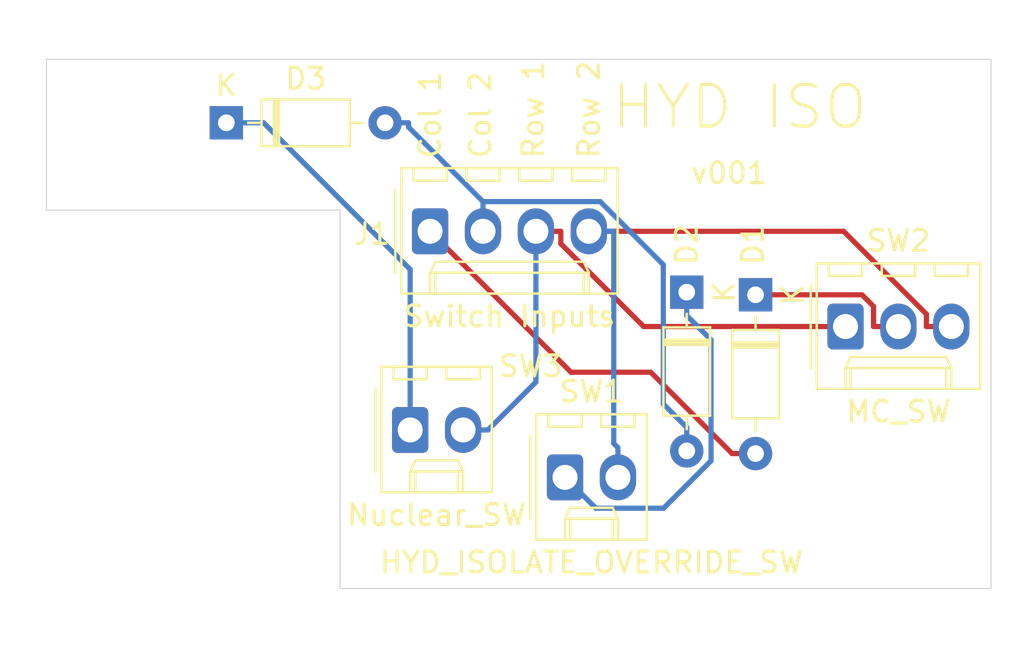
<source format=kicad_pcb>
(kicad_pcb (version 20171130) (host pcbnew "(5.1.5-0-10_14)")

  (general
    (thickness 1.6)
    (drawings 12)
    (tracks 41)
    (zones 0)
    (modules 10)
    (nets 8)
  )

  (page A4)
  (layers
    (0 F.Cu signal)
    (31 B.Cu signal)
    (32 B.Adhes user)
    (33 F.Adhes user)
    (34 B.Paste user)
    (35 F.Paste user)
    (36 B.SilkS user)
    (37 F.SilkS user)
    (38 B.Mask user)
    (39 F.Mask user)
    (40 Dwgs.User user)
    (41 Cmts.User user)
    (42 Eco1.User user)
    (43 Eco2.User user)
    (44 Edge.Cuts user)
    (45 Margin user)
    (46 B.CrtYd user)
    (47 F.CrtYd user)
    (48 B.Fab user)
    (49 F.Fab user)
  )

  (setup
    (last_trace_width 0.25)
    (trace_clearance 0.2)
    (zone_clearance 0.508)
    (zone_45_only no)
    (trace_min 0.2)
    (via_size 0.8)
    (via_drill 0.4)
    (via_min_size 0.4)
    (via_min_drill 0.3)
    (uvia_size 0.3)
    (uvia_drill 0.1)
    (uvias_allowed no)
    (uvia_min_size 0.2)
    (uvia_min_drill 0.1)
    (edge_width 0.05)
    (segment_width 0.2)
    (pcb_text_width 0.3)
    (pcb_text_size 1.5 1.5)
    (mod_edge_width 0.12)
    (mod_text_size 1 1)
    (mod_text_width 0.15)
    (pad_size 1.524 1.524)
    (pad_drill 0.762)
    (pad_to_mask_clearance 0.051)
    (solder_mask_min_width 0.25)
    (aux_axis_origin 0 0)
    (visible_elements FFFFFF7F)
    (pcbplotparams
      (layerselection 0x010fc_ffffffff)
      (usegerberextensions false)
      (usegerberattributes false)
      (usegerberadvancedattributes false)
      (creategerberjobfile false)
      (excludeedgelayer true)
      (linewidth 0.100000)
      (plotframeref false)
      (viasonmask false)
      (mode 1)
      (useauxorigin false)
      (hpglpennumber 1)
      (hpglpenspeed 20)
      (hpglpendiameter 15.000000)
      (psnegative false)
      (psa4output false)
      (plotreference true)
      (plotvalue true)
      (plotinvisibletext false)
      (padsonsilk false)
      (subtractmaskfromsilk false)
      (outputformat 1)
      (mirror false)
      (drillshape 0)
      (scaleselection 1)
      (outputdirectory "manufacturing"))
  )

  (net 0 "")
  (net 1 /Col1)
  (net 2 "Net-(D1-Pad1)")
  (net 3 /Col2)
  (net 4 "Net-(D2-Pad1)")
  (net 5 /Row2)
  (net 6 /Row1)
  (net 7 "Net-(D3-Pad1)")

  (net_class Default "This is the default net class."
    (clearance 0.2)
    (trace_width 0.25)
    (via_dia 0.8)
    (via_drill 0.4)
    (uvia_dia 0.3)
    (uvia_drill 0.1)
    (add_net /Col1)
    (add_net /Col2)
    (add_net /Row1)
    (add_net /Row2)
    (add_net "Net-(D1-Pad1)")
    (add_net "Net-(D2-Pad1)")
    (add_net "Net-(D3-Pad1)")
  )

  (module PT_Library_v001:Molex_1x02_P2.54mm_Vertical (layer F.Cu) (tedit 5B78013E) (tstamp 604BE6FD)
    (at 135.569 99.96)
    (descr "Molex KK-254 Interconnect System, old/engineering part number: AE-6410-02A example for new part number: 22-27-2021, 2 Pins (http://www.molex.com/pdm_docs/sd/022272021_sd.pdf), generated with kicad-footprint-generator")
    (tags "connector Molex KK-254 side entry")
    (path /604C2569)
    (fp_text reference SW3 (at 5.782 -3.059) (layer F.SilkS)
      (effects (font (size 1 1) (thickness 0.15)))
    )
    (fp_text value Nuclear_SW (at 1.27 4.08) (layer F.SilkS)
      (effects (font (size 1 1) (thickness 0.15)))
    )
    (fp_text user %R (at 1.27 -2.22) (layer F.Fab)
      (effects (font (size 1 1) (thickness 0.15)))
    )
    (fp_line (start 4.31 -3.42) (end -1.77 -3.42) (layer F.CrtYd) (width 0.05))
    (fp_line (start 4.31 3.38) (end 4.31 -3.42) (layer F.CrtYd) (width 0.05))
    (fp_line (start -1.77 3.38) (end 4.31 3.38) (layer F.CrtYd) (width 0.05))
    (fp_line (start -1.77 -3.42) (end -1.77 3.38) (layer F.CrtYd) (width 0.05))
    (fp_line (start 3.34 -2.43) (end 3.34 -3.03) (layer F.SilkS) (width 0.12))
    (fp_line (start 1.74 -2.43) (end 3.34 -2.43) (layer F.SilkS) (width 0.12))
    (fp_line (start 1.74 -3.03) (end 1.74 -2.43) (layer F.SilkS) (width 0.12))
    (fp_line (start 0.8 -2.43) (end 0.8 -3.03) (layer F.SilkS) (width 0.12))
    (fp_line (start -0.8 -2.43) (end 0.8 -2.43) (layer F.SilkS) (width 0.12))
    (fp_line (start -0.8 -3.03) (end -0.8 -2.43) (layer F.SilkS) (width 0.12))
    (fp_line (start 2.29 2.99) (end 2.29 1.99) (layer F.SilkS) (width 0.12))
    (fp_line (start 0.25 2.99) (end 0.25 1.99) (layer F.SilkS) (width 0.12))
    (fp_line (start 2.29 1.46) (end 2.54 1.99) (layer F.SilkS) (width 0.12))
    (fp_line (start 0.25 1.46) (end 2.29 1.46) (layer F.SilkS) (width 0.12))
    (fp_line (start 0 1.99) (end 0.25 1.46) (layer F.SilkS) (width 0.12))
    (fp_line (start 2.54 1.99) (end 2.54 2.99) (layer F.SilkS) (width 0.12))
    (fp_line (start 0 1.99) (end 2.54 1.99) (layer F.SilkS) (width 0.12))
    (fp_line (start 0 2.99) (end 0 1.99) (layer F.SilkS) (width 0.12))
    (fp_line (start -0.562893 0) (end -1.27 0.5) (layer F.Fab) (width 0.1))
    (fp_line (start -1.27 -0.5) (end -0.562893 0) (layer F.Fab) (width 0.1))
    (fp_line (start -1.67 -2) (end -1.67 2) (layer F.SilkS) (width 0.12))
    (fp_line (start 3.92 -3.03) (end -1.38 -3.03) (layer F.SilkS) (width 0.12))
    (fp_line (start 3.92 2.99) (end 3.92 -3.03) (layer F.SilkS) (width 0.12))
    (fp_line (start -1.38 2.99) (end 3.92 2.99) (layer F.SilkS) (width 0.12))
    (fp_line (start -1.38 -3.03) (end -1.38 2.99) (layer F.SilkS) (width 0.12))
    (fp_line (start 3.81 -2.92) (end -1.27 -2.92) (layer F.Fab) (width 0.1))
    (fp_line (start 3.81 2.88) (end 3.81 -2.92) (layer F.Fab) (width 0.1))
    (fp_line (start -1.27 2.88) (end 3.81 2.88) (layer F.Fab) (width 0.1))
    (fp_line (start -1.27 -2.92) (end -1.27 2.88) (layer F.Fab) (width 0.1))
    (pad 2 thru_hole oval (at 2.54 0) (size 1.74 2.2) (drill 1.2) (layers *.Cu *.Mask)
      (net 6 /Row1))
    (pad 1 thru_hole roundrect (at 0 0) (size 1.74 2.2) (drill 1.2) (layers *.Cu *.Mask) (roundrect_rratio 0.143678)
      (net 7 "Net-(D3-Pad1)"))
    (model ${KISYS3DMOD}/Connector_Molex.3dshapes/Molex_KK-254_AE-6410-02A_1x02_P2.54mm_Vertical.wrl
      (at (xyz 0 0 0))
      (scale (xyz 1 1 1))
      (rotate (xyz 0 0 0))
    )
  )

  (module PT_Library_v001:D_Signal_P7.62mm_Horizontal (layer F.Cu) (tedit 5AE50CD5) (tstamp 604BE5C5)
    (at 126.746 85.217)
    (descr "Diode, DO-35_SOD27 series, Axial, Horizontal, pin pitch=7.62mm, , length*diameter=4*2mm^2, , http://www.diodes.com/_files/packages/DO-35.pdf")
    (tags "Diode DO-35_SOD27 series Axial Horizontal pin pitch 7.62mm  length 4mm diameter 2mm")
    (path /604C2573)
    (fp_text reference D3 (at 3.81 -2.12) (layer F.SilkS)
      (effects (font (size 1 1) (thickness 0.15)))
    )
    (fp_text value D (at 3.81 2.12) (layer F.Fab)
      (effects (font (size 1 1) (thickness 0.15)))
    )
    (fp_text user K (at 0 -1.8) (layer F.SilkS)
      (effects (font (size 1 1) (thickness 0.15)))
    )
    (fp_text user K (at 0 -1.8) (layer F.Fab)
      (effects (font (size 1 1) (thickness 0.15)))
    )
    (fp_text user %R (at 4.11 0) (layer F.Fab)
      (effects (font (size 0.8 0.8) (thickness 0.12)))
    )
    (fp_line (start 8.67 -1.25) (end -1.05 -1.25) (layer F.CrtYd) (width 0.05))
    (fp_line (start 8.67 1.25) (end 8.67 -1.25) (layer F.CrtYd) (width 0.05))
    (fp_line (start -1.05 1.25) (end 8.67 1.25) (layer F.CrtYd) (width 0.05))
    (fp_line (start -1.05 -1.25) (end -1.05 1.25) (layer F.CrtYd) (width 0.05))
    (fp_line (start 2.29 -1.12) (end 2.29 1.12) (layer F.SilkS) (width 0.12))
    (fp_line (start 2.53 -1.12) (end 2.53 1.12) (layer F.SilkS) (width 0.12))
    (fp_line (start 2.41 -1.12) (end 2.41 1.12) (layer F.SilkS) (width 0.12))
    (fp_line (start 6.58 0) (end 5.93 0) (layer F.SilkS) (width 0.12))
    (fp_line (start 1.04 0) (end 1.69 0) (layer F.SilkS) (width 0.12))
    (fp_line (start 5.93 -1.12) (end 1.69 -1.12) (layer F.SilkS) (width 0.12))
    (fp_line (start 5.93 1.12) (end 5.93 -1.12) (layer F.SilkS) (width 0.12))
    (fp_line (start 1.69 1.12) (end 5.93 1.12) (layer F.SilkS) (width 0.12))
    (fp_line (start 1.69 -1.12) (end 1.69 1.12) (layer F.SilkS) (width 0.12))
    (fp_line (start 2.31 -1) (end 2.31 1) (layer F.Fab) (width 0.1))
    (fp_line (start 2.51 -1) (end 2.51 1) (layer F.Fab) (width 0.1))
    (fp_line (start 2.41 -1) (end 2.41 1) (layer F.Fab) (width 0.1))
    (fp_line (start 7.62 0) (end 5.81 0) (layer F.Fab) (width 0.1))
    (fp_line (start 0 0) (end 1.81 0) (layer F.Fab) (width 0.1))
    (fp_line (start 5.81 -1) (end 1.81 -1) (layer F.Fab) (width 0.1))
    (fp_line (start 5.81 1) (end 5.81 -1) (layer F.Fab) (width 0.1))
    (fp_line (start 1.81 1) (end 5.81 1) (layer F.Fab) (width 0.1))
    (fp_line (start 1.81 -1) (end 1.81 1) (layer F.Fab) (width 0.1))
    (pad 2 thru_hole oval (at 7.62 0) (size 1.6 1.6) (drill 0.8) (layers *.Cu *.Mask)
      (net 3 /Col2))
    (pad 1 thru_hole rect (at 0 0) (size 1.6 1.6) (drill 0.8) (layers *.Cu *.Mask)
      (net 7 "Net-(D3-Pad1)"))
    (model ${KISYS3DMOD}/Diode_THT.3dshapes/D_DO-35_SOD27_P7.62mm_Horizontal.wrl
      (at (xyz 0 0 0))
      (scale (xyz 1 1 1))
      (rotate (xyz 0 0 0))
    )
  )

  (module PT_Library_v001:Molex_1x03_P2.54mm_Vertical (layer F.Cu) (tedit 5B78013E) (tstamp 604BD539)
    (at 156.464 94.996)
    (descr "Molex KK-254 Interconnect System, old/engineering part number: AE-6410-03A example for new part number: 22-27-2031, 3 Pins (http://www.molex.com/pdm_docs/sd/022272021_sd.pdf), generated with kicad-footprint-generator")
    (tags "connector Molex KK-254 side entry")
    (path /5FC1E955)
    (fp_text reference SW2 (at 2.54 -4.12) (layer F.SilkS)
      (effects (font (size 1 1) (thickness 0.15)))
    )
    (fp_text value MC_SW (at 2.54 4.08) (layer F.SilkS)
      (effects (font (size 1 1) (thickness 0.15)))
    )
    (fp_text user %R (at 2.54 -2.22) (layer F.Fab)
      (effects (font (size 1 1) (thickness 0.15)))
    )
    (fp_line (start 6.85 -3.42) (end -1.77 -3.42) (layer F.CrtYd) (width 0.05))
    (fp_line (start 6.85 3.38) (end 6.85 -3.42) (layer F.CrtYd) (width 0.05))
    (fp_line (start -1.77 3.38) (end 6.85 3.38) (layer F.CrtYd) (width 0.05))
    (fp_line (start -1.77 -3.42) (end -1.77 3.38) (layer F.CrtYd) (width 0.05))
    (fp_line (start 5.88 -2.43) (end 5.88 -3.03) (layer F.SilkS) (width 0.12))
    (fp_line (start 4.28 -2.43) (end 5.88 -2.43) (layer F.SilkS) (width 0.12))
    (fp_line (start 4.28 -3.03) (end 4.28 -2.43) (layer F.SilkS) (width 0.12))
    (fp_line (start 3.34 -2.43) (end 3.34 -3.03) (layer F.SilkS) (width 0.12))
    (fp_line (start 1.74 -2.43) (end 3.34 -2.43) (layer F.SilkS) (width 0.12))
    (fp_line (start 1.74 -3.03) (end 1.74 -2.43) (layer F.SilkS) (width 0.12))
    (fp_line (start 0.8 -2.43) (end 0.8 -3.03) (layer F.SilkS) (width 0.12))
    (fp_line (start -0.8 -2.43) (end 0.8 -2.43) (layer F.SilkS) (width 0.12))
    (fp_line (start -0.8 -3.03) (end -0.8 -2.43) (layer F.SilkS) (width 0.12))
    (fp_line (start 4.83 2.99) (end 4.83 1.99) (layer F.SilkS) (width 0.12))
    (fp_line (start 0.25 2.99) (end 0.25 1.99) (layer F.SilkS) (width 0.12))
    (fp_line (start 4.83 1.46) (end 5.08 1.99) (layer F.SilkS) (width 0.12))
    (fp_line (start 0.25 1.46) (end 4.83 1.46) (layer F.SilkS) (width 0.12))
    (fp_line (start 0 1.99) (end 0.25 1.46) (layer F.SilkS) (width 0.12))
    (fp_line (start 5.08 1.99) (end 5.08 2.99) (layer F.SilkS) (width 0.12))
    (fp_line (start 0 1.99) (end 5.08 1.99) (layer F.SilkS) (width 0.12))
    (fp_line (start 0 2.99) (end 0 1.99) (layer F.SilkS) (width 0.12))
    (fp_line (start -0.562893 0) (end -1.27 0.5) (layer F.Fab) (width 0.1))
    (fp_line (start -1.27 -0.5) (end -0.562893 0) (layer F.Fab) (width 0.1))
    (fp_line (start -1.67 -2) (end -1.67 2) (layer F.SilkS) (width 0.12))
    (fp_line (start 6.46 -3.03) (end -1.38 -3.03) (layer F.SilkS) (width 0.12))
    (fp_line (start 6.46 2.99) (end 6.46 -3.03) (layer F.SilkS) (width 0.12))
    (fp_line (start -1.38 2.99) (end 6.46 2.99) (layer F.SilkS) (width 0.12))
    (fp_line (start -1.38 -3.03) (end -1.38 2.99) (layer F.SilkS) (width 0.12))
    (fp_line (start 6.35 -2.92) (end -1.27 -2.92) (layer F.Fab) (width 0.1))
    (fp_line (start 6.35 2.88) (end 6.35 -2.92) (layer F.Fab) (width 0.1))
    (fp_line (start -1.27 2.88) (end 6.35 2.88) (layer F.Fab) (width 0.1))
    (fp_line (start -1.27 -2.92) (end -1.27 2.88) (layer F.Fab) (width 0.1))
    (pad 3 thru_hole oval (at 5.08 0) (size 1.74 2.2) (drill 1.2) (layers *.Cu *.Mask)
      (net 5 /Row2))
    (pad 2 thru_hole oval (at 2.54 0) (size 1.74 2.2) (drill 1.2) (layers *.Cu *.Mask)
      (net 2 "Net-(D1-Pad1)"))
    (pad 1 thru_hole roundrect (at 0 0) (size 1.74 2.2) (drill 1.2) (layers *.Cu *.Mask) (roundrect_rratio 0.143678)
      (net 6 /Row1))
    (model ${KISYS3DMOD}/Connector_Molex.3dshapes/Molex_KK-254_AE-6410-03A_1x03_P2.54mm_Vertical.wrl
      (at (xyz 0 0 0))
      (scale (xyz 1 1 1))
      (rotate (xyz 0 0 0))
    )
  )

  (module PT_Library_v001:Molex_1x02_P2.54mm_Vertical (layer F.Cu) (tedit 5B78013E) (tstamp 604BD511)
    (at 143.002 102.235)
    (descr "Molex KK-254 Interconnect System, old/engineering part number: AE-6410-02A example for new part number: 22-27-2021, 2 Pins (http://www.molex.com/pdm_docs/sd/022272021_sd.pdf), generated with kicad-footprint-generator")
    (tags "connector Molex KK-254 side entry")
    (path /5FC61E34)
    (fp_text reference SW1 (at 1.27 -4.12) (layer F.SilkS)
      (effects (font (size 1 1) (thickness 0.15)))
    )
    (fp_text value HYD_ISOLATE_OVERRIDE_SW (at 1.27 4.08) (layer F.SilkS)
      (effects (font (size 1 1) (thickness 0.15)))
    )
    (fp_text user %R (at 1.27 -2.22) (layer F.Fab)
      (effects (font (size 1 1) (thickness 0.15)))
    )
    (fp_line (start 4.31 -3.42) (end -1.77 -3.42) (layer F.CrtYd) (width 0.05))
    (fp_line (start 4.31 3.38) (end 4.31 -3.42) (layer F.CrtYd) (width 0.05))
    (fp_line (start -1.77 3.38) (end 4.31 3.38) (layer F.CrtYd) (width 0.05))
    (fp_line (start -1.77 -3.42) (end -1.77 3.38) (layer F.CrtYd) (width 0.05))
    (fp_line (start 3.34 -2.43) (end 3.34 -3.03) (layer F.SilkS) (width 0.12))
    (fp_line (start 1.74 -2.43) (end 3.34 -2.43) (layer F.SilkS) (width 0.12))
    (fp_line (start 1.74 -3.03) (end 1.74 -2.43) (layer F.SilkS) (width 0.12))
    (fp_line (start 0.8 -2.43) (end 0.8 -3.03) (layer F.SilkS) (width 0.12))
    (fp_line (start -0.8 -2.43) (end 0.8 -2.43) (layer F.SilkS) (width 0.12))
    (fp_line (start -0.8 -3.03) (end -0.8 -2.43) (layer F.SilkS) (width 0.12))
    (fp_line (start 2.29 2.99) (end 2.29 1.99) (layer F.SilkS) (width 0.12))
    (fp_line (start 0.25 2.99) (end 0.25 1.99) (layer F.SilkS) (width 0.12))
    (fp_line (start 2.29 1.46) (end 2.54 1.99) (layer F.SilkS) (width 0.12))
    (fp_line (start 0.25 1.46) (end 2.29 1.46) (layer F.SilkS) (width 0.12))
    (fp_line (start 0 1.99) (end 0.25 1.46) (layer F.SilkS) (width 0.12))
    (fp_line (start 2.54 1.99) (end 2.54 2.99) (layer F.SilkS) (width 0.12))
    (fp_line (start 0 1.99) (end 2.54 1.99) (layer F.SilkS) (width 0.12))
    (fp_line (start 0 2.99) (end 0 1.99) (layer F.SilkS) (width 0.12))
    (fp_line (start -0.562893 0) (end -1.27 0.5) (layer F.Fab) (width 0.1))
    (fp_line (start -1.27 -0.5) (end -0.562893 0) (layer F.Fab) (width 0.1))
    (fp_line (start -1.67 -2) (end -1.67 2) (layer F.SilkS) (width 0.12))
    (fp_line (start 3.92 -3.03) (end -1.38 -3.03) (layer F.SilkS) (width 0.12))
    (fp_line (start 3.92 2.99) (end 3.92 -3.03) (layer F.SilkS) (width 0.12))
    (fp_line (start -1.38 2.99) (end 3.92 2.99) (layer F.SilkS) (width 0.12))
    (fp_line (start -1.38 -3.03) (end -1.38 2.99) (layer F.SilkS) (width 0.12))
    (fp_line (start 3.81 -2.92) (end -1.27 -2.92) (layer F.Fab) (width 0.1))
    (fp_line (start 3.81 2.88) (end 3.81 -2.92) (layer F.Fab) (width 0.1))
    (fp_line (start -1.27 2.88) (end 3.81 2.88) (layer F.Fab) (width 0.1))
    (fp_line (start -1.27 -2.92) (end -1.27 2.88) (layer F.Fab) (width 0.1))
    (pad 2 thru_hole oval (at 2.54 0) (size 1.74 2.2) (drill 1.2) (layers *.Cu *.Mask)
      (net 5 /Row2))
    (pad 1 thru_hole roundrect (at 0 0) (size 1.74 2.2) (drill 1.2) (layers *.Cu *.Mask) (roundrect_rratio 0.143678)
      (net 4 "Net-(D2-Pad1)"))
    (model ${KISYS3DMOD}/Connector_Molex.3dshapes/Molex_KK-254_AE-6410-02A_1x02_P2.54mm_Vertical.wrl
      (at (xyz 0 0 0))
      (scale (xyz 1 1 1))
      (rotate (xyz 0 0 0))
    )
  )

  (module PT_Library_v001:Molex_1x04_P2.54mm_Vertical (layer F.Cu) (tedit 5B78013E) (tstamp 604BD4ED)
    (at 136.525 90.424)
    (descr "Molex KK-254 Interconnect System, old/engineering part number: AE-6410-04A example for new part number: 22-27-2041, 4 Pins (http://www.molex.com/pdm_docs/sd/022272021_sd.pdf), generated with kicad-footprint-generator")
    (tags "connector Molex KK-254 side entry")
    (path /5FC82F35)
    (fp_text reference J1 (at -2.794 0.127) (layer F.SilkS)
      (effects (font (size 1 1) (thickness 0.15)))
    )
    (fp_text value "Switch Inputs" (at 3.81 4.08) (layer F.SilkS)
      (effects (font (size 1 1) (thickness 0.15)))
    )
    (fp_text user %R (at 3.81 -2.22) (layer F.Fab)
      (effects (font (size 1 1) (thickness 0.15)))
    )
    (fp_line (start 9.39 -3.42) (end -1.77 -3.42) (layer F.CrtYd) (width 0.05))
    (fp_line (start 9.39 3.38) (end 9.39 -3.42) (layer F.CrtYd) (width 0.05))
    (fp_line (start -1.77 3.38) (end 9.39 3.38) (layer F.CrtYd) (width 0.05))
    (fp_line (start -1.77 -3.42) (end -1.77 3.38) (layer F.CrtYd) (width 0.05))
    (fp_line (start 8.42 -2.43) (end 8.42 -3.03) (layer F.SilkS) (width 0.12))
    (fp_line (start 6.82 -2.43) (end 8.42 -2.43) (layer F.SilkS) (width 0.12))
    (fp_line (start 6.82 -3.03) (end 6.82 -2.43) (layer F.SilkS) (width 0.12))
    (fp_line (start 5.88 -2.43) (end 5.88 -3.03) (layer F.SilkS) (width 0.12))
    (fp_line (start 4.28 -2.43) (end 5.88 -2.43) (layer F.SilkS) (width 0.12))
    (fp_line (start 4.28 -3.03) (end 4.28 -2.43) (layer F.SilkS) (width 0.12))
    (fp_line (start 3.34 -2.43) (end 3.34 -3.03) (layer F.SilkS) (width 0.12))
    (fp_line (start 1.74 -2.43) (end 3.34 -2.43) (layer F.SilkS) (width 0.12))
    (fp_line (start 1.74 -3.03) (end 1.74 -2.43) (layer F.SilkS) (width 0.12))
    (fp_line (start 0.8 -2.43) (end 0.8 -3.03) (layer F.SilkS) (width 0.12))
    (fp_line (start -0.8 -2.43) (end 0.8 -2.43) (layer F.SilkS) (width 0.12))
    (fp_line (start -0.8 -3.03) (end -0.8 -2.43) (layer F.SilkS) (width 0.12))
    (fp_line (start 7.37 2.99) (end 7.37 1.99) (layer F.SilkS) (width 0.12))
    (fp_line (start 0.25 2.99) (end 0.25 1.99) (layer F.SilkS) (width 0.12))
    (fp_line (start 7.37 1.46) (end 7.62 1.99) (layer F.SilkS) (width 0.12))
    (fp_line (start 0.25 1.46) (end 7.37 1.46) (layer F.SilkS) (width 0.12))
    (fp_line (start 0 1.99) (end 0.25 1.46) (layer F.SilkS) (width 0.12))
    (fp_line (start 7.62 1.99) (end 7.62 2.99) (layer F.SilkS) (width 0.12))
    (fp_line (start 0 1.99) (end 7.62 1.99) (layer F.SilkS) (width 0.12))
    (fp_line (start 0 2.99) (end 0 1.99) (layer F.SilkS) (width 0.12))
    (fp_line (start -0.562893 0) (end -1.27 0.5) (layer F.Fab) (width 0.1))
    (fp_line (start -1.27 -0.5) (end -0.562893 0) (layer F.Fab) (width 0.1))
    (fp_line (start -1.67 -2) (end -1.67 2) (layer F.SilkS) (width 0.12))
    (fp_line (start 9 -3.03) (end -1.38 -3.03) (layer F.SilkS) (width 0.12))
    (fp_line (start 9 2.99) (end 9 -3.03) (layer F.SilkS) (width 0.12))
    (fp_line (start -1.38 2.99) (end 9 2.99) (layer F.SilkS) (width 0.12))
    (fp_line (start -1.38 -3.03) (end -1.38 2.99) (layer F.SilkS) (width 0.12))
    (fp_line (start 8.89 -2.92) (end -1.27 -2.92) (layer F.Fab) (width 0.1))
    (fp_line (start 8.89 2.88) (end 8.89 -2.92) (layer F.Fab) (width 0.1))
    (fp_line (start -1.27 2.88) (end 8.89 2.88) (layer F.Fab) (width 0.1))
    (fp_line (start -1.27 -2.92) (end -1.27 2.88) (layer F.Fab) (width 0.1))
    (pad 4 thru_hole oval (at 7.62 0) (size 1.74 2.2) (drill 1.2) (layers *.Cu *.Mask)
      (net 5 /Row2))
    (pad 3 thru_hole oval (at 5.08 0) (size 1.74 2.2) (drill 1.2) (layers *.Cu *.Mask)
      (net 6 /Row1))
    (pad 2 thru_hole oval (at 2.54 0) (size 1.74 2.2) (drill 1.2) (layers *.Cu *.Mask)
      (net 3 /Col2))
    (pad 1 thru_hole roundrect (at 0 0) (size 1.74 2.2) (drill 1.2) (layers *.Cu *.Mask) (roundrect_rratio 0.143678)
      (net 1 /Col1))
    (model ${KISYS3DMOD}/Connector_Molex.3dshapes/Molex_KK-254_AE-6410-04A_1x04_P2.54mm_Vertical.wrl
      (at (xyz 0 0 0))
      (scale (xyz 1 1 1))
      (rotate (xyz 0 0 0))
    )
  )

  (module MountingHole:MountingHole_4.3mm_M4 (layer F.Cu) (tedit 56D1B4CB) (tstamp 604BD4B9)
    (at 159.893 85.471)
    (descr "Mounting Hole 4.3mm, no annular, M4")
    (tags "mounting hole 4.3mm no annular m4")
    (path /604BEE6A)
    (attr virtual)
    (fp_text reference H3 (at 0 -5.3) (layer Dwgs.User)
      (effects (font (size 1 1) (thickness 0.15)))
    )
    (fp_text value MountingHole (at 0 3.776) (layer F.Fab)
      (effects (font (size 1 1) (thickness 0.15)))
    )
    (fp_circle (center 0 0) (end 4.55 0) (layer F.CrtYd) (width 0.05))
    (fp_circle (center 0 0) (end 4.3 0) (layer Cmts.User) (width 0.15))
    (fp_text user %R (at 0.3 0) (layer F.Fab)
      (effects (font (size 1 1) (thickness 0.15)))
    )
    (pad 1 np_thru_hole circle (at 0 0) (size 4.3 4.3) (drill 4.3) (layers *.Cu *.Mask))
  )

  (module MountingHole:MountingHole_4.3mm_M4 (layer F.Cu) (tedit 56D1B4CB) (tstamp 604BD4B1)
    (at 159.893 104.14)
    (descr "Mounting Hole 4.3mm, no annular, M4")
    (tags "mounting hole 4.3mm no annular m4")
    (path /604BEA43)
    (attr virtual)
    (fp_text reference H2 (at 0 -5.3) (layer Dwgs.User)
      (effects (font (size 1 1) (thickness 0.15)))
    )
    (fp_text value MountingHole (at 0 5.3) (layer F.Fab)
      (effects (font (size 1 1) (thickness 0.15)))
    )
    (fp_circle (center 0 0) (end 4.55 0) (layer F.CrtYd) (width 0.05))
    (fp_circle (center 0 0) (end 4.3 0) (layer Cmts.User) (width 0.15))
    (fp_text user %R (at 0.3 0) (layer F.Fab)
      (effects (font (size 1 1) (thickness 0.15)))
    )
    (pad 1 np_thru_hole circle (at 0 0) (size 4.3 4.3) (drill 4.3) (layers *.Cu *.Mask))
  )

  (module MountingHole:MountingHole_4.3mm_M4 (layer F.Cu) (tedit 56D1B4CB) (tstamp 604BD4A9)
    (at 121.031 85.471)
    (descr "Mounting Hole 4.3mm, no annular, M4")
    (tags "mounting hole 4.3mm no annular m4")
    (path /604BE9D1)
    (attr virtual)
    (fp_text reference H1 (at 0 -5.3) (layer Dwgs.User)
      (effects (font (size 1 1) (thickness 0.15)))
    )
    (fp_text value MountingHole (at 0 5.3) (layer F.Fab)
      (effects (font (size 1 1) (thickness 0.15)))
    )
    (fp_circle (center 0 0) (end 4.55 0) (layer F.CrtYd) (width 0.05))
    (fp_circle (center 0 0) (end 4.3 0) (layer Cmts.User) (width 0.15))
    (fp_text user %R (at 0.3 0) (layer F.Fab)
      (effects (font (size 1 1) (thickness 0.15)))
    )
    (pad 1 np_thru_hole circle (at 0 0) (size 4.3 4.3) (drill 4.3) (layers *.Cu *.Mask))
  )

  (module PT_Library_v001:D_Signal_P7.62mm_Horizontal (layer F.Cu) (tedit 5AE50CD5) (tstamp 604BD4A1)
    (at 148.844 93.345 270)
    (descr "Diode, DO-35_SOD27 series, Axial, Horizontal, pin pitch=7.62mm, , length*diameter=4*2mm^2, , http://www.diodes.com/_files/packages/DO-35.pdf")
    (tags "Diode DO-35_SOD27 series Axial Horizontal pin pitch 7.62mm  length 4mm diameter 2mm")
    (path /5FC8439C)
    (fp_text reference D2 (at -2.286 0 90) (layer F.SilkS)
      (effects (font (size 1 1) (thickness 0.15)))
    )
    (fp_text value D (at 3.81 2.12 90) (layer F.Fab)
      (effects (font (size 1 1) (thickness 0.15)))
    )
    (fp_text user K (at 0 -1.8 90) (layer F.SilkS)
      (effects (font (size 1 1) (thickness 0.15)))
    )
    (fp_text user K (at 0 -1.8 90) (layer F.Fab)
      (effects (font (size 1 1) (thickness 0.15)))
    )
    (fp_text user %R (at 4.11 0 90) (layer F.Fab)
      (effects (font (size 0.8 0.8) (thickness 0.12)))
    )
    (fp_line (start 8.67 -1.25) (end -1.05 -1.25) (layer F.CrtYd) (width 0.05))
    (fp_line (start 8.67 1.25) (end 8.67 -1.25) (layer F.CrtYd) (width 0.05))
    (fp_line (start -1.05 1.25) (end 8.67 1.25) (layer F.CrtYd) (width 0.05))
    (fp_line (start -1.05 -1.25) (end -1.05 1.25) (layer F.CrtYd) (width 0.05))
    (fp_line (start 2.29 -1.12) (end 2.29 1.12) (layer F.SilkS) (width 0.12))
    (fp_line (start 2.53 -1.12) (end 2.53 1.12) (layer F.SilkS) (width 0.12))
    (fp_line (start 2.41 -1.12) (end 2.41 1.12) (layer F.SilkS) (width 0.12))
    (fp_line (start 6.58 0) (end 5.93 0) (layer F.SilkS) (width 0.12))
    (fp_line (start 1.04 0) (end 1.69 0) (layer F.SilkS) (width 0.12))
    (fp_line (start 5.93 -1.12) (end 1.69 -1.12) (layer F.SilkS) (width 0.12))
    (fp_line (start 5.93 1.12) (end 5.93 -1.12) (layer F.SilkS) (width 0.12))
    (fp_line (start 1.69 1.12) (end 5.93 1.12) (layer F.SilkS) (width 0.12))
    (fp_line (start 1.69 -1.12) (end 1.69 1.12) (layer F.SilkS) (width 0.12))
    (fp_line (start 2.31 -1) (end 2.31 1) (layer F.Fab) (width 0.1))
    (fp_line (start 2.51 -1) (end 2.51 1) (layer F.Fab) (width 0.1))
    (fp_line (start 2.41 -1) (end 2.41 1) (layer F.Fab) (width 0.1))
    (fp_line (start 7.62 0) (end 5.81 0) (layer F.Fab) (width 0.1))
    (fp_line (start 0 0) (end 1.81 0) (layer F.Fab) (width 0.1))
    (fp_line (start 5.81 -1) (end 1.81 -1) (layer F.Fab) (width 0.1))
    (fp_line (start 5.81 1) (end 5.81 -1) (layer F.Fab) (width 0.1))
    (fp_line (start 1.81 1) (end 5.81 1) (layer F.Fab) (width 0.1))
    (fp_line (start 1.81 -1) (end 1.81 1) (layer F.Fab) (width 0.1))
    (pad 2 thru_hole oval (at 7.62 0 270) (size 1.6 1.6) (drill 0.8) (layers *.Cu *.Mask)
      (net 3 /Col2))
    (pad 1 thru_hole rect (at 0 0 270) (size 1.6 1.6) (drill 0.8) (layers *.Cu *.Mask)
      (net 4 "Net-(D2-Pad1)"))
    (model ${KISYS3DMOD}/Diode_THT.3dshapes/D_DO-35_SOD27_P7.62mm_Horizontal.wrl
      (at (xyz 0 0 0))
      (scale (xyz 1 1 1))
      (rotate (xyz 0 0 0))
    )
  )

  (module PT_Library_v001:D_Signal_P7.62mm_Horizontal (layer F.Cu) (tedit 5AE50CD5) (tstamp 604BD482)
    (at 152.146 93.472 270)
    (descr "Diode, DO-35_SOD27 series, Axial, Horizontal, pin pitch=7.62mm, , length*diameter=4*2mm^2, , http://www.diodes.com/_files/packages/DO-35.pdf")
    (tags "Diode DO-35_SOD27 series Axial Horizontal pin pitch 7.62mm  length 4mm diameter 2mm")
    (path /5FC2589C)
    (fp_text reference D1 (at -2.413 0.127 90) (layer F.SilkS)
      (effects (font (size 1 1) (thickness 0.15)))
    )
    (fp_text value D (at 3.81 2.12 90) (layer F.Fab)
      (effects (font (size 1 1) (thickness 0.15)))
    )
    (fp_text user K (at 0 -1.8 90) (layer F.SilkS)
      (effects (font (size 1 1) (thickness 0.15)))
    )
    (fp_text user K (at 0 -1.8 90) (layer F.Fab)
      (effects (font (size 1 1) (thickness 0.15)))
    )
    (fp_text user %R (at 4.11 0 90) (layer F.Fab)
      (effects (font (size 0.8 0.8) (thickness 0.12)))
    )
    (fp_line (start 8.67 -1.25) (end -1.05 -1.25) (layer F.CrtYd) (width 0.05))
    (fp_line (start 8.67 1.25) (end 8.67 -1.25) (layer F.CrtYd) (width 0.05))
    (fp_line (start -1.05 1.25) (end 8.67 1.25) (layer F.CrtYd) (width 0.05))
    (fp_line (start -1.05 -1.25) (end -1.05 1.25) (layer F.CrtYd) (width 0.05))
    (fp_line (start 2.29 -1.12) (end 2.29 1.12) (layer F.SilkS) (width 0.12))
    (fp_line (start 2.53 -1.12) (end 2.53 1.12) (layer F.SilkS) (width 0.12))
    (fp_line (start 2.41 -1.12) (end 2.41 1.12) (layer F.SilkS) (width 0.12))
    (fp_line (start 6.58 0) (end 5.93 0) (layer F.SilkS) (width 0.12))
    (fp_line (start 1.04 0) (end 1.69 0) (layer F.SilkS) (width 0.12))
    (fp_line (start 5.93 -1.12) (end 1.69 -1.12) (layer F.SilkS) (width 0.12))
    (fp_line (start 5.93 1.12) (end 5.93 -1.12) (layer F.SilkS) (width 0.12))
    (fp_line (start 1.69 1.12) (end 5.93 1.12) (layer F.SilkS) (width 0.12))
    (fp_line (start 1.69 -1.12) (end 1.69 1.12) (layer F.SilkS) (width 0.12))
    (fp_line (start 2.31 -1) (end 2.31 1) (layer F.Fab) (width 0.1))
    (fp_line (start 2.51 -1) (end 2.51 1) (layer F.Fab) (width 0.1))
    (fp_line (start 2.41 -1) (end 2.41 1) (layer F.Fab) (width 0.1))
    (fp_line (start 7.62 0) (end 5.81 0) (layer F.Fab) (width 0.1))
    (fp_line (start 0 0) (end 1.81 0) (layer F.Fab) (width 0.1))
    (fp_line (start 5.81 -1) (end 1.81 -1) (layer F.Fab) (width 0.1))
    (fp_line (start 5.81 1) (end 5.81 -1) (layer F.Fab) (width 0.1))
    (fp_line (start 1.81 1) (end 5.81 1) (layer F.Fab) (width 0.1))
    (fp_line (start 1.81 -1) (end 1.81 1) (layer F.Fab) (width 0.1))
    (pad 2 thru_hole oval (at 7.62 0 270) (size 1.6 1.6) (drill 0.8) (layers *.Cu *.Mask)
      (net 1 /Col1))
    (pad 1 thru_hole rect (at 0 0 270) (size 1.6 1.6) (drill 0.8) (layers *.Cu *.Mask)
      (net 2 "Net-(D1-Pad1)"))
    (model ${KISYS3DMOD}/Diode_THT.3dshapes/D_DO-35_SOD27_P7.62mm_Horizontal.wrl
      (at (xyz 0 0 0))
      (scale (xyz 1 1 1))
      (rotate (xyz 0 0 0))
    )
  )

  (gr_text v001 (at 150.876 87.63) (layer F.SilkS)
    (effects (font (size 1 1) (thickness 0.15)))
  )
  (gr_text "HYD ISO" (at 151.384 84.455) (layer F.SilkS)
    (effects (font (size 2 2) (thickness 0.15)))
  )
  (gr_text "Row 2" (at 144.145 84.582 90) (layer F.SilkS) (tstamp 604BE2CB)
    (effects (font (size 1 1) (thickness 0.15)))
  )
  (gr_text "Row 1" (at 141.478 84.582 90) (layer F.SilkS) (tstamp 604BE2C9)
    (effects (font (size 1 1) (thickness 0.15)))
  )
  (gr_text "Col 2" (at 138.938 84.843905 90) (layer F.SilkS) (tstamp 604BE2C7)
    (effects (font (size 1 1) (thickness 0.15)))
  )
  (gr_text "Col 1" (at 136.525 84.843905 90) (layer F.SilkS)
    (effects (font (size 1 1) (thickness 0.15)))
  )
  (gr_line (start 118.11 82.169) (end 118.11 89.408) (layer Edge.Cuts) (width 0.05))
  (gr_line (start 132.207 89.408) (end 118.11 89.408) (layer Edge.Cuts) (width 0.05))
  (gr_line (start 132.207 107.569) (end 132.207 89.408) (layer Edge.Cuts) (width 0.05))
  (gr_line (start 163.449 107.569) (end 132.207 107.569) (layer Edge.Cuts) (width 0.05))
  (gr_line (start 163.449 82.169) (end 163.449 107.569) (layer Edge.Cuts) (width 0.05))
  (gr_line (start 118.11 82.169) (end 163.449 82.169) (layer Edge.Cuts) (width 0.05))

  (segment (start 152.146 101.092) (end 151.0207 101.092) (width 0.25) (layer F.Cu) (net 1))
  (segment (start 151.0207 101.092) (end 147.1177 97.189) (width 0.25) (layer F.Cu) (net 1))
  (segment (start 147.1177 97.189) (end 143.29 97.189) (width 0.25) (layer F.Cu) (net 1))
  (segment (start 143.29 97.189) (end 136.525 90.424) (width 0.25) (layer F.Cu) (net 1))
  (segment (start 159.004 94.996) (end 157.8087 94.996) (width 0.25) (layer F.Cu) (net 2))
  (segment (start 157.8087 94.996) (end 157.8087 94.0248) (width 0.25) (layer F.Cu) (net 2))
  (segment (start 157.8087 94.0248) (end 157.2559 93.472) (width 0.25) (layer F.Cu) (net 2))
  (segment (start 157.2559 93.472) (end 152.146 93.472) (width 0.25) (layer F.Cu) (net 2))
  (segment (start 148.844 100.965) (end 148.844 99.8397) (width 0.25) (layer B.Cu) (net 3))
  (segment (start 148.844 99.8397) (end 147.7187 98.7144) (width 0.25) (layer B.Cu) (net 3))
  (segment (start 147.7187 98.7144) (end 147.7187 92.0264) (width 0.25) (layer B.Cu) (net 3))
  (segment (start 147.7187 92.0264) (end 144.691 88.9987) (width 0.25) (layer B.Cu) (net 3))
  (segment (start 144.691 88.9987) (end 139.065 88.9987) (width 0.25) (layer B.Cu) (net 3))
  (segment (start 134.366 85.217) (end 135.4913 85.217) (width 0.25) (layer B.Cu) (net 3))
  (segment (start 139.065 90.424) (end 139.065 88.9987) (width 0.25) (layer B.Cu) (net 3))
  (segment (start 139.065 88.9987) (end 135.4913 85.425) (width 0.25) (layer B.Cu) (net 3))
  (segment (start 135.4913 85.425) (end 135.4913 85.217) (width 0.25) (layer B.Cu) (net 3))
  (segment (start 148.844 93.345) (end 148.844 94.4703) (width 0.25) (layer B.Cu) (net 4))
  (segment (start 148.844 94.4703) (end 150.0104 95.6367) (width 0.25) (layer B.Cu) (net 4))
  (segment (start 150.0104 95.6367) (end 150.0104 101.4387) (width 0.25) (layer B.Cu) (net 4))
  (segment (start 150.0104 101.4387) (end 147.7327 103.7164) (width 0.25) (layer B.Cu) (net 4))
  (segment (start 147.7327 103.7164) (end 144.4834 103.7164) (width 0.25) (layer B.Cu) (net 4))
  (segment (start 144.4834 103.7164) (end 143.002 102.235) (width 0.25) (layer B.Cu) (net 4))
  (segment (start 161.544 94.996) (end 160.3487 94.996) (width 0.25) (layer F.Cu) (net 5))
  (segment (start 160.3487 94.996) (end 160.3487 94.3984) (width 0.25) (layer F.Cu) (net 5))
  (segment (start 160.3487 94.3984) (end 156.3743 90.424) (width 0.25) (layer F.Cu) (net 5))
  (segment (start 156.3743 90.424) (end 144.145 90.424) (width 0.25) (layer F.Cu) (net 5))
  (segment (start 145.542 102.235) (end 145.542 100.8097) (width 0.25) (layer B.Cu) (net 5))
  (segment (start 144.145 90.424) (end 145.3403 90.424) (width 0.25) (layer B.Cu) (net 5))
  (segment (start 145.3403 90.424) (end 145.3403 100.608) (width 0.25) (layer B.Cu) (net 5))
  (segment (start 145.3403 100.608) (end 145.542 100.8097) (width 0.25) (layer B.Cu) (net 5))
  (segment (start 138.109 99.96) (end 139.3043 99.96) (width 0.25) (layer B.Cu) (net 6))
  (segment (start 141.605 90.424) (end 141.605 97.6593) (width 0.25) (layer B.Cu) (net 6))
  (segment (start 141.605 97.6593) (end 139.3043 99.96) (width 0.25) (layer B.Cu) (net 6))
  (segment (start 141.605 90.424) (end 142.8003 90.424) (width 0.25) (layer F.Cu) (net 6))
  (segment (start 142.8003 90.424) (end 142.8003 91.0216) (width 0.25) (layer F.Cu) (net 6))
  (segment (start 142.8003 91.0216) (end 146.7747 94.996) (width 0.25) (layer F.Cu) (net 6))
  (segment (start 146.7747 94.996) (end 156.464 94.996) (width 0.25) (layer F.Cu) (net 6))
  (segment (start 126.746 85.217) (end 128.5337 85.217) (width 0.25) (layer B.Cu) (net 7))
  (segment (start 128.5337 85.217) (end 135.569 92.2523) (width 0.25) (layer B.Cu) (net 7))
  (segment (start 135.569 92.2523) (end 135.569 99.96) (width 0.25) (layer B.Cu) (net 7))

)

</source>
